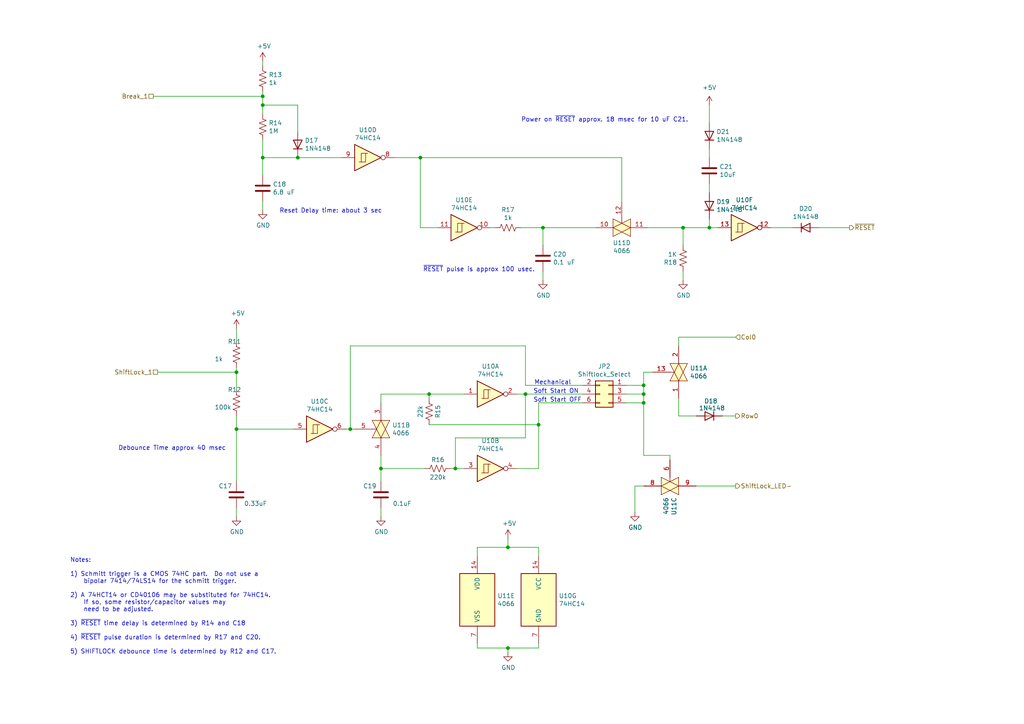
<source format=kicad_sch>
(kicad_sch (version 20230121) (generator eeschema)
  (paper "A4")
  (title_block (title "OSI Interface") (date "2020-04-23") (rev "1.2") (company "OSIWeb.org") (comment 1 "Reset and ShiftLock circuits"))
  (lib_symbols
    (symbol "4xxx:4066" (pin_names (offset 1.016))
      (property "Reference" "U" (at -7.62 8.89 0))
      (property "Value" "4066" (at -7.62 -8.89 0))
      (symbol "4066_1_0"
        (polyline (pts (xy 0 1.27) (xy 0 2.54)) (stroke (width 0.1524)))
        (polyline (pts (xy -2.54 0) (xy 2.54 2.54) (xy 2.54 -2.54) (xy -2.54 0)) (fill (type background)))
        (polyline (pts (xy -2.54 2.54) (xy 2.54 0) (xy -2.54 -2.54) (xy -2.54 2.54)) (fill (type background)))
        (pin passive line (at -7.62 0 0) (length 5.08) (name "~") (number "1"))
        (pin input line (at 0 7.62 270) (length 5.08) (name "~") (number "13"))
        (pin passive line (at 7.62 0 180) (length 5.08) (name "~") (number "2"))
      )
      (symbol "4066_2_0"
        (polyline (pts (xy 0 1.27) (xy 0 2.54)) (stroke (width 0.1524)))
        (polyline (pts (xy -2.54 0) (xy 2.54 2.54) (xy 2.54 -2.54) (xy -2.54 0)) (fill (type background)))
        (polyline (pts (xy -2.54 2.54) (xy 2.54 0) (xy -2.54 -2.54) (xy -2.54 2.54)) (fill (type background)))
        (pin passive line (at 7.62 0 180) (length 5.08) (name "~") (number "3"))
        (pin passive line (at -7.62 0 0) (length 5.08) (name "~") (number "4"))
        (pin input line (at 0 7.62 270) (length 5.08) (name "~") (number "5"))
      )
      (symbol "4066_3_0"
        (polyline (pts (xy 0 1.27) (xy 0 2.54)) (stroke (width 0.1524)))
        (polyline (pts (xy -2.54 0) (xy 2.54 2.54) (xy 2.54 -2.54) (xy -2.54 0)) (fill (type background)))
        (polyline (pts (xy -2.54 2.54) (xy 2.54 0) (xy -2.54 -2.54) (xy -2.54 2.54)) (fill (type background)))
        (pin input line (at 0 7.62 270) (length 5.08) (name "~") (number "6"))
        (pin passive line (at -7.62 0 0) (length 5.08) (name "~") (number "8"))
        (pin passive line (at 7.62 0 180) (length 5.08) (name "~") (number "9"))
      )
      (symbol "4066_4_0"
        (polyline (pts (xy 0 1.27) (xy 0 2.54)) (stroke (width 0.1524)))
        (polyline (pts (xy -2.54 0) (xy 2.54 2.54) (xy 2.54 -2.54) (xy -2.54 0)) (fill (type background)))
        (polyline (pts (xy -2.54 2.54) (xy 2.54 0) (xy -2.54 -2.54) (xy -2.54 2.54)) (fill (type background)))
        (pin passive line (at 7.62 0 180) (length 5.08) (name "~") (number "10"))
        (pin passive line (at -7.62 0 0) (length 5.08) (name "~") (number "11"))
        (pin input line (at 0 7.62 270) (length 5.08) (name "~") (number "12"))
      )
      (symbol "4066_5_0"
        (pin power_in line (at 0 12.7 270) (length 5.08) (name "VDD") (number "14"))
        (pin power_in line (at 0 -12.7 90) (length 5.08) (name "VSS") (number "7"))
      )
      (symbol "4066_5_1"
        (rectangle (start -5.08 7.62) (end 5.08 -7.62) (stroke (width 0.254)) (fill (type background)))
      )
    )
    (symbol "74xx:74HC14" (pin_names (offset 1.016))
      (property "Reference" "U" (at 0 1.27 0))
      (property "Value" "74HC14" (at 0 -1.27 0))
      (symbol "74HC14_1_0"
        (polyline (pts (xy -3.81 3.81) (xy -3.81 -3.81) (xy 3.81 0) (xy -3.81 3.81)) (stroke (width 0.254)) (fill (type background)))
        (pin input line (at -7.62 0 0) (length 3.81) (name "~") (number "1"))
        (pin output inverted (at 7.62 0 180) (length 3.81) (name "~") (number "2"))
      )
      (symbol "74HC14_1_1"
        (polyline (pts (xy -1.905 -1.27) (xy -1.905 1.27) (xy -0.635 1.27)))
        (polyline (pts (xy -2.54 -1.27) (xy -0.635 -1.27) (xy -0.635 1.27) (xy 0 1.27)))
      )
      (symbol "74HC14_2_0"
        (polyline (pts (xy -3.81 3.81) (xy -3.81 -3.81) (xy 3.81 0) (xy -3.81 3.81)) (stroke (width 0.254)) (fill (type background)))
        (pin input line (at -7.62 0 0) (length 3.81) (name "~") (number "3"))
        (pin output inverted (at 7.62 0 180) (length 3.81) (name "~") (number "4"))
      )
      (symbol "74HC14_2_1"
        (polyline (pts (xy -1.905 -1.27) (xy -1.905 1.27) (xy -0.635 1.27)))
        (polyline (pts (xy -2.54 -1.27) (xy -0.635 -1.27) (xy -0.635 1.27) (xy 0 1.27)))
      )
      (symbol "74HC14_3_0"
        (polyline (pts (xy -3.81 3.81) (xy -3.81 -3.81) (xy 3.81 0) (xy -3.81 3.81)) (stroke (width 0.254)) (fill (type background)))
        (pin input line (at -7.62 0 0) (length 3.81) (name "~") (number "5"))
        (pin output inverted (at 7.62 0 180) (length 3.81) (name "~") (number "6"))
      )
      (symbol "74HC14_3_1"
        (polyline (pts (xy -1.905 -1.27) (xy -1.905 1.27) (xy -0.635 1.27)))
        (polyline (pts (xy -2.54 -1.27) (xy -0.635 -1.27) (xy -0.635 1.27) (xy 0 1.27)))
      )
      (symbol "74HC14_4_0"
        (polyline (pts (xy -3.81 3.81) (xy -3.81 -3.81) (xy 3.81 0) (xy -3.81 3.81)) (stroke (width 0.254)) (fill (type background)))
        (pin output inverted (at 7.62 0 180) (length 3.81) (name "~") (number "8"))
        (pin input line (at -7.62 0 0) (length 3.81) (name "~") (number "9"))
      )
      (symbol "74HC14_4_1"
        (polyline (pts (xy -1.905 -1.27) (xy -1.905 1.27) (xy -0.635 1.27)))
        (polyline (pts (xy -2.54 -1.27) (xy -0.635 -1.27) (xy -0.635 1.27) (xy 0 1.27)))
      )
      (symbol "74HC14_5_0"
        (polyline (pts (xy -3.81 3.81) (xy -3.81 -3.81) (xy 3.81 0) (xy -3.81 3.81)) (stroke (width 0.254)) (fill (type background)))
        (pin output inverted (at 7.62 0 180) (length 3.81) (name "~") (number "10"))
        (pin input line (at -7.62 0 0) (length 3.81) (name "~") (number "11"))
      )
      (symbol "74HC14_5_1"
        (polyline (pts (xy -1.905 -1.27) (xy -1.905 1.27) (xy -0.635 1.27)))
        (polyline (pts (xy -2.54 -1.27) (xy -0.635 -1.27) (xy -0.635 1.27) (xy 0 1.27)))
      )
      (symbol "74HC14_6_0"
        (polyline (pts (xy -3.81 3.81) (xy -3.81 -3.81) (xy 3.81 0) (xy -3.81 3.81)) (stroke (width 0.254)) (fill (type background)))
        (pin output inverted (at 7.62 0 180) (length 3.81) (name "~") (number "12"))
        (pin input line (at -7.62 0 0) (length 3.81) (name "~") (number "13"))
      )
      (symbol "74HC14_6_1"
        (polyline (pts (xy -1.905 -1.27) (xy -1.905 1.27) (xy -0.635 1.27)))
        (polyline (pts (xy -2.54 -1.27) (xy -0.635 -1.27) (xy -0.635 1.27) (xy 0 1.27)))
      )
      (symbol "74HC14_7_0"
        (pin power_in line (at 0 12.7 270) (length 5.08) (name "VCC") (number "14"))
        (pin power_in line (at 0 -12.7 90) (length 5.08) (name "GND") (number "7"))
      )
      (symbol "74HC14_7_1"
        (rectangle (start -5.08 7.62) (end 5.08 -7.62) (stroke (width 0.254)) (fill (type background)))
      )
    )
    (symbol "74xx:74LS14" (pin_names (offset 1.016))
      (property "Reference" "U" (at 0 1.27 0))
      (property "Value" "74LS14" (at 0 -1.27 0))
      (symbol "74LS14_1_0"
        (polyline (pts (xy -3.81 3.81) (xy -3.81 -3.81) (xy 3.81 0) (xy -3.81 3.81)) (stroke (width 0.254)) (fill (type background)))
        (pin input line (at -7.62 0 0) (length 3.81) (name "~") (number "1"))
        (pin output inverted (at 7.62 0 180) (length 3.81) (name "~") (number "2"))
      )
      (symbol "74LS14_1_1"
        (polyline (pts (xy -1.905 -1.27) (xy -1.905 1.27) (xy -0.635 1.27)))
        (polyline (pts (xy -2.54 -1.27) (xy -0.635 -1.27) (xy -0.635 1.27) (xy 0 1.27)))
      )
      (symbol "74LS14_2_0"
        (polyline (pts (xy -3.81 3.81) (xy -3.81 -3.81) (xy 3.81 0) (xy -3.81 3.81)) (stroke (width 0.254)) (fill (type background)))
        (pin input line (at -7.62 0 0) (length 3.81) (name "~") (number "3"))
        (pin output inverted (at 7.62 0 180) (length 3.81) (name "~") (number "4"))
      )
      (symbol "74LS14_2_1"
        (polyline (pts (xy -1.905 -1.27) (xy -1.905 1.27) (xy -0.635 1.27)))
        (polyline (pts (xy -2.54 -1.27) (xy -0.635 -1.27) (xy -0.635 1.27) (xy 0 1.27)))
      )
      (symbol "74LS14_3_0"
        (polyline (pts (xy -3.81 3.81) (xy -3.81 -3.81) (xy 3.81 0) (xy -3.81 3.81)) (stroke (width 0.254)) (fill (type background)))
        (pin input line (at -7.62 0 0) (length 3.81) (name "~") (number "5"))
        (pin output inverted (at 7.62 0 180) (length 3.81) (name "~") (number "6"))
      )
      (symbol "74LS14_3_1"
        (polyline (pts (xy -1.905 -1.27) (xy -1.905 1.27) (xy -0.635 1.27)))
        (polyline (pts (xy -2.54 -1.27) (xy -0.635 -1.27) (xy -0.635 1.27) (xy 0 1.27)))
      )
      (symbol "74LS14_4_0"
        (polyline (pts (xy -3.81 3.81) (xy -3.81 -3.81) (xy 3.81 0) (xy -3.81 3.81)) (stroke (width 0.254)) (fill (type background)))
        (pin output inverted (at 7.62 0 180) (length 3.81) (name "~") (number "8"))
        (pin input line (at -7.62 0 0) (length 3.81) (name "~") (number "9"))
      )
      (symbol "74LS14_4_1"
        (polyline (pts (xy -1.905 -1.27) (xy -1.905 1.27) (xy -0.635 1.27)))
        (polyline (pts (xy -2.54 -1.27) (xy -0.635 -1.27) (xy -0.635 1.27) (xy 0 1.27)))
      )
      (symbol "74LS14_5_0"
        (polyline (pts (xy -3.81 3.81) (xy -3.81 -3.81) (xy 3.81 0) (xy -3.81 3.81)) (stroke (width 0.254)) (fill (type background)))
        (pin output inverted (at 7.62 0 180) (length 3.81) (name "~") (number "10"))
        (pin input line (at -7.62 0 0) (length 3.81) (name "~") (number "11"))
      )
      (symbol "74LS14_5_1"
        (polyline (pts (xy -1.905 -1.27) (xy -1.905 1.27) (xy -0.635 1.27)))
        (polyline (pts (xy -2.54 -1.27) (xy -0.635 -1.27) (xy -0.635 1.27) (xy 0 1.27)))
      )
      (symbol "74LS14_6_0"
        (polyline (pts (xy -3.81 3.81) (xy -3.81 -3.81) (xy 3.81 0) (xy -3.81 3.81)) (stroke (width 0.254)) (fill (type background)))
        (pin output inverted (at 7.62 0 180) (length 3.81) (name "~") (number "12"))
        (pin input line (at -7.62 0 0) (length 3.81) (name "~") (number "13"))
      )
      (symbol "74LS14_6_1"
        (polyline (pts (xy -1.905 -1.27) (xy -1.905 1.27) (xy -0.635 1.27)))
        (polyline (pts (xy -2.54 -1.27) (xy -0.635 -1.27) (xy -0.635 1.27) (xy 0 1.27)))
      )
      (symbol "74LS14_7_0"
        (pin power_in line (at 0 12.7 270) (length 5.08) (name "VCC") (number "14"))
        (pin power_in line (at 0 -12.7 90) (length 5.08) (name "GND") (number "7"))
      )
      (symbol "74LS14_7_1"
        (rectangle (start -5.08 7.62) (end 5.08 -7.62) (stroke (width 0.254)) (fill (type background)))
      )
    )
    (symbol "Connector_Generic:Conn_02x03_Odd_Even" (pin_names (offset 1.016) hide)
      (property "Reference" "J" (at 1.27 5.08 0))
      (property "Value" "Conn_02x03_Odd_Even" (at 1.27 -5.08 0))
      (symbol "Conn_02x03_Odd_Even_1_1"
        (rectangle (start -1.27 -2.413) (end 0 -2.667) (stroke (width 0.1524)))
        (rectangle (start -1.27 0.127) (end 0 -0.127) (stroke (width 0.1524)))
        (rectangle (start -1.27 2.667) (end 0 2.413) (stroke (width 0.1524)))
        (rectangle (start -1.27 3.81) (end 3.81 -3.81) (stroke (width 0.254)) (fill (type background)))
        (rectangle (start 3.81 -2.413) (end 2.54 -2.667) (stroke (width 0.1524)))
        (rectangle (start 3.81 0.127) (end 2.54 -0.127) (stroke (width 0.1524)))
        (rectangle (start 3.81 2.667) (end 2.54 2.413) (stroke (width 0.1524)))
        (pin passive line (at -5.08 2.54 0) (length 3.81) (name "Pin_1") (number "1"))
        (pin passive line (at 7.62 2.54 180) (length 3.81) (name "Pin_2") (number "2"))
        (pin passive line (at -5.08 0 0) (length 3.81) (name "Pin_3") (number "3"))
        (pin passive line (at 7.62 0 180) (length 3.81) (name "Pin_4") (number "4"))
        (pin passive line (at -5.08 -2.54 0) (length 3.81) (name "Pin_5") (number "5"))
        (pin passive line (at 7.62 -2.54 180) (length 3.81) (name "Pin_6") (number "6"))
      )
    )
    (symbol "Device:C" (pin_numbers hide) (pin_names (offset 0.254))
      (property "Reference" "C" (at 0.635 2.54 0))
      (property "Value" "C" (at 0.635 -2.54 0))
      (symbol "C_0_1"
        (polyline (pts (xy -2.032 -0.762) (xy 2.032 -0.762)) (stroke (width 0.508)))
        (polyline (pts (xy -2.032 0.762) (xy 2.032 0.762)) (stroke (width 0.508)))
      )
      (symbol "C_1_1"
        (pin passive line (at 0 3.81 270) (length 2.794) (name "~") (number "1"))
        (pin passive line (at 0 -3.81 90) (length 2.794) (name "~") (number "2"))
      )
    )
    (symbol "Device:R_US" (pin_numbers hide) (pin_names (offset 0))
      (property "Reference" "R" (at 2.54 0 90))
      (property "Value" "R_US" (at -2.54 0 90))
      (symbol "R_US_0_1"
        (polyline (pts (xy 0 -2.286) (xy 0 -2.54)))
        (polyline (pts (xy 0 2.286) (xy 0 2.54)))
        (polyline (pts (xy 0 -0.762) (xy 1.016 -1.143) (xy 0 -1.524) (xy -1.016 -1.905) (xy 0 -2.286)))
        (polyline (pts (xy 0 0.762) (xy 1.016 0.381) (xy 0 0) (xy -1.016 -0.381) (xy 0 -0.762)))
        (polyline (pts (xy 0 2.286) (xy 1.016 1.905) (xy 0 1.524) (xy -1.016 1.143) (xy 0 0.762)))
      )
      (symbol "R_US_1_1"
        (pin passive line (at 0 3.81 270) (length 1.27) (name "~") (number "1"))
        (pin passive line (at 0 -3.81 90) (length 1.27) (name "~") (number "2"))
      )
    )
    (symbol "Diode:1N4148" (pin_numbers hide) (pin_names hide)
      (property "Reference" "D" (at 0 2.54 0))
      (property "Value" "1N4148" (at 0 -2.54 0))
      (symbol "1N4148_0_1"
        (polyline (pts (xy -1.27 1.27) (xy -1.27 -1.27)) (stroke (width 0.254)))
        (polyline (pts (xy 1.27 0) (xy -1.27 0)))
        (polyline (pts (xy 1.27 1.27) (xy 1.27 -1.27) (xy -1.27 0) (xy 1.27 1.27)) (stroke (width 0.254)))
      )
      (symbol "1N4148_1_1"
        (pin passive line (at -3.81 0 0) (length 2.54) (name "K") (number "1"))
        (pin passive line (at 3.81 0 180) (length 2.54) (name "A") (number "2"))
      )
    )
    (symbol "power:+5V" (power) (pin_names (offset 0))
      (property "Value" "+5V" (at 0 3.556 0))
      (symbol "+5V_0_1"
        (polyline (pts (xy -0.762 1.27) (xy 0 2.54)))
        (polyline (pts (xy 0 0) (xy 0 2.54)))
        (polyline (pts (xy 0 2.54) (xy 0.762 1.27)))
      )
      (symbol "+5V_1_1"
        (pin power_in line (at 0 0 90) (length 0) hide (name "+5V") (number "1"))
      )
    )
    (symbol "power:GND" (power) (pin_names (offset 0))
      (property "Value" "GND" (at 0 -3.81 0))
      (symbol "GND_0_1"
        (polyline (pts (xy 0 0) (xy 0 -1.27) (xy 1.27 -1.27) (xy 0 -2.54) (xy -1.27 -1.27) (xy 0 -1.27)))
      )
      (symbol "GND_1_1"
        (pin power_in line (at 0 0 270) (length 0) hide (name "GND") (number "1"))
      )
    )
  )
  (junction (at 157.48 66.04))
  (junction (at 68.58 107.95))
  (junction (at 147.32 187.96))
  (junction (at 76.2 45.72))
  (junction (at 68.58 124.46))
  (junction (at 198.12 66.04))
  (junction (at 205.74 66.04))
  (junction (at 121.92 45.72))
  (junction (at 186.69 116.84))
  (junction (at 147.32 158.75))
  (junction (at 76.2 27.94))
  (junction (at 110.49 135.89))
  (junction (at 132.08 135.89))
  (junction (at 124.46 114.3))
  (junction (at 186.69 114.3))
  (junction (at 101.6 124.46))
  (junction (at 86.36 45.72))
  (junction (at 152.4 114.3))
  (junction (at 156.21 123.19))
  (junction (at 186.69 111.76))
  (junction (at 76.2 30.48))
  (wire (pts (xy 110.49 135.89) (xy 110.49 139.7)))
  (wire (pts (xy 186.69 107.95) (xy 186.69 111.76)))
  (wire (pts (xy 121.92 45.72) (xy 180.34 45.72)))
  (wire (pts (xy 151.13 66.04) (xy 157.48 66.04)))
  (wire (pts (xy 194.31 132.08) (xy 194.31 133.35)))
  (wire (pts (xy 186.69 132.08) (xy 194.31 132.08)))
  (wire (pts (xy 68.58 124.46) (xy 68.58 139.7)))
  (wire (pts (xy 76.2 45.72) (xy 76.2 50.8)))
  (wire (pts (xy 152.4 111.76) (xy 168.91 111.76)))
  (wire (pts (xy 99.06 45.72) (xy 86.36 45.72)))
  (wire (pts (xy 68.58 149.86) (xy 68.58 147.32)))
  (wire (pts (xy 86.36 45.72) (xy 76.2 45.72)))
  (wire (pts (xy 110.49 135.89) (xy 110.49 132.08)))
  (wire (pts (xy 205.74 66.04) (xy 208.28 66.04)))
  (wire (pts (xy 223.52 66.04) (xy 229.87 66.04)))
  (wire (pts (xy 147.32 187.96) (xy 138.43 187.96)))
  (wire (pts (xy 68.58 124.46) (xy 68.58 120.65)))
  (wire (pts (xy 76.2 30.48) (xy 86.36 30.48)))
  (wire (pts (xy 101.6 124.46) (xy 102.87 124.46)))
  (wire (pts (xy 181.61 114.3) (xy 186.69 114.3)))
  (wire (pts (xy 127 66.04) (xy 121.92 66.04)))
  (wire (pts (xy 124.46 123.19) (xy 156.21 123.19)))
  (wire (pts (xy 132.08 135.89) (xy 134.62 135.89)))
  (wire (pts (xy 68.58 107.95) (xy 68.58 106.68)))
  (wire (pts (xy 186.69 116.84) (xy 186.69 132.08)))
  (wire (pts (xy 205.74 53.34) (xy 205.74 55.88)))
  (wire (pts (xy 156.21 135.89) (xy 149.86 135.89)))
  (wire (pts (xy 184.15 140.97) (xy 184.15 148.59)))
  (wire (pts (xy 157.48 81.28) (xy 157.48 78.74)))
  (wire (pts (xy 124.46 114.3) (xy 124.46 115.57)))
  (wire (pts (xy 156.21 123.19) (xy 156.21 116.84)))
  (wire (pts (xy 45.72 107.95) (xy 68.58 107.95)))
  (wire (pts (xy 198.12 71.12) (xy 198.12 66.04)))
  (wire (pts (xy 196.85 100.33) (xy 196.85 97.79)))
  (wire (pts (xy 76.2 17.78) (xy 76.2 19.05)))
  (wire (pts (xy 205.74 30.48) (xy 205.74 35.56)))
  (wire (pts (xy 100.33 124.46) (xy 101.6 124.46)))
  (wire (pts (xy 132.08 127) (xy 152.4 127)))
  (wire (pts (xy 181.61 111.76) (xy 186.69 111.76)))
  (wire (pts (xy 138.43 158.75) (xy 147.32 158.75)))
  (wire (pts (xy 156.21 123.19) (xy 156.21 135.89)))
  (wire (pts (xy 130.81 135.89) (xy 132.08 135.89)))
  (wire (pts (xy 198.12 66.04) (xy 205.74 66.04)))
  (wire (pts (xy 196.85 97.79) (xy 213.36 97.79)))
  (wire (pts (xy 205.74 43.18) (xy 205.74 45.72)))
  (wire (pts (xy 156.21 116.84) (xy 168.91 116.84)))
  (wire (pts (xy 76.2 40.64) (xy 76.2 45.72)))
  (wire (pts (xy 213.36 140.97) (xy 201.93 140.97)))
  (wire (pts (xy 186.69 114.3) (xy 186.69 116.84)))
  (wire (pts (xy 123.19 135.89) (xy 110.49 135.89)))
  (wire (pts (xy 205.74 63.5) (xy 205.74 66.04)))
  (wire (pts (xy 156.21 187.96) (xy 147.32 187.96)))
  (wire (pts (xy 186.69 111.76) (xy 186.69 114.3)))
  (wire (pts (xy 110.49 116.84) (xy 110.49 114.3)))
  (wire (pts (xy 156.21 186.69) (xy 156.21 187.96)))
  (wire (pts (xy 101.6 100.33) (xy 101.6 124.46)))
  (wire (pts (xy 198.12 78.74) (xy 198.12 81.28)))
  (wire (pts (xy 187.96 66.04) (xy 198.12 66.04)))
  (wire (pts (xy 156.21 158.75) (xy 156.21 161.29)))
  (wire (pts (xy 152.4 114.3) (xy 168.91 114.3)))
  (wire (pts (xy 152.4 114.3) (xy 149.86 114.3)))
  (wire (pts (xy 138.43 161.29) (xy 138.43 158.75)))
  (wire (pts (xy 121.92 66.04) (xy 121.92 45.72)))
  (wire (pts (xy 68.58 124.46) (xy 85.09 124.46)))
  (wire (pts (xy 76.2 26.67) (xy 76.2 27.94)))
  (wire (pts (xy 76.2 60.96) (xy 76.2 58.42)))
  (wire (pts (xy 76.2 27.94) (xy 44.45 27.94)))
  (wire (pts (xy 237.49 66.04) (xy 246.38 66.04)))
  (wire (pts (xy 157.48 66.04) (xy 157.48 71.12)))
  (wire (pts (xy 196.85 115.57) (xy 196.85 120.65)))
  (wire (pts (xy 114.3 45.72) (xy 121.92 45.72)))
  (wire (pts (xy 189.23 107.95) (xy 186.69 107.95)))
  (wire (pts (xy 157.48 66.04) (xy 172.72 66.04)))
  (wire (pts (xy 196.85 120.65) (xy 201.93 120.65)))
  (wire (pts (xy 110.49 114.3) (xy 124.46 114.3)))
  (wire (pts (xy 101.6 100.33) (xy 152.4 100.33)))
  (wire (pts (xy 142.24 66.04) (xy 143.51 66.04)))
  (wire (pts (xy 147.32 156.21) (xy 147.32 158.75)))
  (wire (pts (xy 132.08 135.89) (xy 132.08 127)))
  (wire (pts (xy 110.49 147.32) (xy 110.49 149.86)))
  (wire (pts (xy 181.61 116.84) (xy 186.69 116.84)))
  (wire (pts (xy 76.2 30.48) (xy 76.2 33.02)))
  (wire (pts (xy 152.4 100.33) (xy 152.4 111.76)))
  (wire (pts (xy 134.62 114.3) (xy 124.46 114.3)))
  (wire (pts (xy 68.58 99.06) (xy 68.58 95.25)))
  (wire (pts (xy 86.36 38.1) (xy 86.36 30.48)))
  (wire (pts (xy 147.32 189.23) (xy 147.32 187.96)))
  (wire (pts (xy 138.43 187.96) (xy 138.43 186.69)))
  (wire (pts (xy 147.32 158.75) (xy 156.21 158.75)))
  (wire (pts (xy 186.69 140.97) (xy 184.15 140.97)))
  (wire (pts (xy 180.34 45.72) (xy 180.34 58.42)))
  (wire (pts (xy 213.36 120.65) (xy 209.55 120.65)))
  (wire (pts (xy 76.2 27.94) (xy 76.2 30.48)))
  (wire (pts (xy 68.58 107.95) (xy 68.58 113.03)))
  (wire (pts (xy 152.4 127) (xy 152.4 114.3)))
  (text "Power on ~{RESET} approx. 18 msec for 10 uF C21." (at 151.13 35.56 0) (effects (font (size 1.27 1.27)) (justify left bottom)))
  (text "Reset Delay time: about 3 sec\n" (at 81.026 61.976 0) (effects (font (size 1.27 1.27)) (justify left bottom)))
  (text "Debounce Time approx 40 msec" (at 34.29 130.81 0) (effects (font (size 1.27 1.27)) (justify left bottom)))
  (text "~{RESET} pulse is approx 100 usec." (at 122.682 78.994 0) (effects (font (size 1.27 1.27)) (justify left bottom)))
  (text "Notes: \n\n1) Schmitt trigger is a CMOS 74HC part.  Do not use a\n    bipolar 7414/74LS14 for the schmitt trigger.  \n\n2) A 74HCT14 or CD40106 may be substituted for 74HC14.\n    If so, some resistor/capacitor values may\n    need to be adjusted.\n\n3) ~{RESET} time delay is determined by R14 and C18\n\n4) ~{RESET} pulse duration is determined by R17 and C20.\n\n5) SHIFTLOCK debounce time is determined by R12 and C17." (at 20.32 189.865 0) (effects (font (size 1.27 1.27)) (justify left bottom)))
  (text "Mechanical" (at 154.94 111.76 0) (effects (font (size 1.27 1.27)) (justify left bottom)))
  (text "Soft Start OFF" (at 154.686 116.84 0) (effects (font (size 1.27 1.27)) (justify left bottom)))
  (text "Soft Start ON" (at 154.686 114.3 0) (effects (font (size 1.27 1.27)) (justify left bottom)))
  (hierarchical_label "Row0" (shape output) (at 213.36 120.65 0))
  (hierarchical_label "ShiftLock_1" (shape passive) (at 45.72 107.95 180))
  (hierarchical_label "~{RESET}" (shape output) (at 246.38 66.04 0))
  (hierarchical_label "Break_1" (shape passive) (at 44.45 27.94 180))
  (hierarchical_label "Col0" (shape input) (at 213.36 97.79 0))
  (hierarchical_label "ShiftLock_LED-" (shape output) (at 213.36 140.97 0))
  (symbol (lib_id "Connector_Generic:Conn_02x03_Odd_Even") (at 176.53 114.3 0) (mirror y) (unit 1)
    (property "Reference" "JP2" (at 175.26 106.2482 0))
    (property "Value" "Shiftlock_Select" (at 175.26 108.5596 0))
    (property "Footprint" "Connector_PinHeader_2.54mm:PinHeader_2x03_P2.54mm_Horizontal" (effects hide))
  )
  (symbol (lib_id "Diode:1N4148") (at 233.68 66.04 0) (unit 1)
    (property "Reference" "D20" (at 233.68 60.5282 0))
    (property "Value" "1N4148" (at 233.68 62.8396 0))
    (property "Footprint" "Diode_THT:D_DO-35_SOD27_P7.62mm_Horizontal" (effects hide))
    (property "Datasheet" "https://assets.nexperia.com/documents/data-sheet/1N4148_1N4448.pdf" (effects hide))
    (property "Sim.Device" "D" (effects hide))
    (property "Sim.Pins" "1=K 2=A" (effects hide))
  )
  (symbol (lib_id "Diode:1N4148") (at 205.74 59.69 90) (unit 1)
    (property "Reference" "D19" (at 207.772 58.5216 90) (effects (justify right)))
    (property "Value" "1N4148" (at 207.772 60.833 90) (effects (justify right)))
    (property "Footprint" "Diode_THT:D_DO-35_SOD27_P7.62mm_Horizontal" (effects hide))
    (property "Datasheet" "https://assets.nexperia.com/documents/data-sheet/1N4148_1N4448.pdf" (effects hide))
    (property "Sim.Device" "D" (effects hide))
    (property "Sim.Pins" "1=K 2=A" (effects hide))
  )
  (symbol (lib_id "Diode:1N4148") (at 205.74 39.37 90) (unit 1)
    (property "Reference" "D21" (at 207.772 38.2016 90) (effects (justify right)))
    (property "Value" "1N4148" (at 207.772 40.513 90) (effects (justify right)))
    (property "Footprint" "Diode_THT:D_DO-35_SOD27_P7.62mm_Horizontal" (effects hide))
    (property "Datasheet" "https://assets.nexperia.com/documents/data-sheet/1N4148_1N4448.pdf" (effects hide))
    (property "Sim.Device" "D" (effects hide))
    (property "Sim.Pins" "1=K 2=A" (effects hide))
  )
  (symbol (lib_id "Diode:1N4148") (at 86.36 41.91 90) (unit 1)
    (property "Reference" "D17" (at 88.392 40.7416 90) (effects (justify right)))
    (property "Value" "1N4148" (at 88.392 43.053 90) (effects (justify right)))
    (property "Footprint" "Diode_THT:D_DO-35_SOD27_P7.62mm_Horizontal" (effects hide))
    (property "Datasheet" "https://assets.nexperia.com/documents/data-sheet/1N4148_1N4448.pdf" (effects hide))
    (property "Sim.Device" "D" (effects hide))
    (property "Sim.Pins" "1=K 2=A" (effects hide))
  )
  (symbol (lib_id "Diode:1N4148") (at 205.74 120.65 180) (unit 1)
    (property "Reference" "D18" (at 204.216 116.332 0) (effects (justify right)))
    (property "Value" "1N4148" (at 202.692 118.364 0) (effects (justify right)))
    (property "Footprint" "Diode_THT:D_DO-35_SOD27_P7.62mm_Horizontal" (effects hide))
    (property "Datasheet" "https://assets.nexperia.com/documents/data-sheet/1N4148_1N4448.pdf" (effects hide))
    (property "Sim.Device" "D" (effects hide))
    (property "Sim.Pins" "1=K 2=A" (effects hide))
  )
  (symbol (lib_id "74xx:74HC14") (at 142.24 114.3 0) (unit 1)
    (property "Reference" "U10" (at 142.24 106.2482 0))
    (property "Value" "74HC14" (at 142.24 108.5596 0))
    (property "Footprint" "Package_DIP:DIP-14_W7.62mm" (effects hide))
    (property "Datasheet" "http://www.ti.com/lit/gpn/sn74HC14" (effects hide))
  )
  (symbol (lib_id "74xx:74LS14") (at 142.24 135.89 0) (unit 2)
    (property "Reference" "U10" (at 142.24 127.8382 0))
    (property "Value" "74HC14" (at 142.24 130.1496 0))
    (property "Footprint" "Package_DIP:DIP-14_W7.62mm" (effects hide))
    (property "Datasheet" "http://www.ti.com/lit/gpn/sn74HC14" (effects hide))
  )
  (symbol (lib_id "74xx:74LS14") (at 92.71 124.46 0) (unit 3)
    (property "Reference" "U10" (at 92.71 116.4082 0))
    (property "Value" "74HC14" (at 92.71 118.7196 0))
    (property "Footprint" "Package_DIP:DIP-14_W7.62mm" (effects hide))
    (property "Datasheet" "http://www.ti.com/lit/gpn/sn74HC14" (effects hide))
  )
  (symbol (lib_id "74xx:74LS14") (at 106.68 45.72 0) (unit 4)
    (property "Reference" "U10" (at 106.68 37.6682 0))
    (property "Value" "74HC14" (at 106.68 39.9796 0))
    (property "Footprint" "Package_DIP:DIP-14_W7.62mm" (effects hide))
    (property "Datasheet" "http://www.ti.com/lit/gpn/sn74HC14" (effects hide))
  )
  (symbol (lib_id "74xx:74LS14") (at 215.9 66.04 0) (unit 6)
    (property "Reference" "U10" (at 215.9 57.9882 0))
    (property "Value" "74HC14" (at 215.9 60.2996 0))
    (property "Footprint" "Package_DIP:DIP-14_W7.62mm" (effects hide))
    (property "Datasheet" "http://www.ti.com/lit/gpn/sn74HC14" (effects hide))
  )
  (symbol (lib_id "Device:R_US") (at 127 135.89 90) (unit 1)
    (property "Reference" "R16" (at 127 133.35 90))
    (property "Value" "220k" (at 127 138.43 90))
    (property "Footprint" "Resistor_THT:R_Axial_DIN0207_L6.3mm_D2.5mm_P10.16mm_Horizontal" (effects hide))
  )
  (symbol (lib_id "Device:R_US") (at 124.46 119.38 0) (unit 1)
    (property "Reference" "R15" (at 127 119.38 90))
    (property "Value" "22k" (at 121.92 119.38 90))
    (property "Footprint" "Resistor_THT:R_Axial_DIN0207_L6.3mm_D2.5mm_P10.16mm_Horizontal" (effects hide))
  )
  (symbol (lib_id "power:GND") (at 110.49 149.86 0) (unit 1)
    (property "Reference" "#PWR031" (effects hide))
    (property "Value" "GND" (at 110.617 154.2542 0))
  )
  (symbol (lib_id "Device:C") (at 110.49 143.51 180) (unit 1)
    (property "Reference" "C19" (at 109.22 140.97 0) (effects (justify left)))
    (property "Value" "0.1uF" (at 119.38 146.05 0) (effects (justify left)))
    (property "Footprint" "Capacitor_THT:C_Disc_D3.0mm_W2.0mm_P2.50mm" (effects hide))
  )
  (symbol (lib_id "Device:R_US") (at 76.2 36.83 0) (unit 1)
    (property "Reference" "R14" (at 77.9272 35.6616 0) (effects (justify left)))
    (property "Value" "1M" (at 77.9272 37.973 0) (effects (justify left)))
    (property "Footprint" "Resistor_THT:R_Axial_DIN0207_L6.3mm_D2.5mm_P10.16mm_Horizontal" (effects hide))
  )
  (symbol (lib_id "Device:C") (at 76.2 54.61 0) (unit 1)
    (property "Reference" "C18" (at 79.121 53.4416 0) (effects (justify left)))
    (property "Value" "6.8 uF" (at 79.121 55.753 0) (effects (justify left)))
    (property "Footprint" "Capacitor_THT:C_Disc_D3.0mm_W2.0mm_P2.50mm" (effects hide))
  )
  (symbol (lib_id "power:GND") (at 76.2 60.96 0) (unit 1)
    (property "Reference" "#PWR030" (effects hide))
    (property "Value" "GND" (at 76.327 65.3542 0))
  )
  (symbol (lib_id "4xxx:4066") (at 196.85 107.95 90) (unit 1)
    (property "Reference" "U11" (at 200.1012 106.7816 90) (effects (justify right)))
    (property "Value" "4066" (at 200.1012 109.093 90) (effects (justify right)))
    (property "Footprint" "Package_DIP:DIP-14_W7.62mm" (effects hide))
    (property "Datasheet" "http://www.ti.com/lit/ds/symlink/cd4066b.pdf" (effects hide))
  )
  (symbol (lib_id "4xxx:4066") (at 110.49 124.46 90) (unit 2)
    (property "Reference" "U11" (at 113.7412 123.2916 90) (effects (justify right)))
    (property "Value" "4066" (at 113.7412 125.603 90) (effects (justify right)))
    (property "Footprint" "Package_DIP:DIP-14_W7.62mm" (effects hide))
    (property "Datasheet" "http://www.ti.com/lit/ds/symlink/cd4066b.pdf" (effects hide))
  )
  (symbol (lib_id "4xxx:4066") (at 194.31 140.97 0) (unit 3)
    (property "Reference" "U11" (at 195.4784 144.2212 90) (effects (justify right)))
    (property "Value" "4066" (at 193.167 144.2212 90) (effects (justify right)))
    (property "Footprint" "Package_DIP:DIP-14_W7.62mm" (effects hide))
    (property "Datasheet" "http://www.ti.com/lit/ds/symlink/cd4066b.pdf" (effects hide))
  )
  (symbol (lib_id "4xxx:4066") (at 180.34 66.04 0) (mirror y) (unit 4)
    (property "Reference" "U11" (at 180.34 70.4342 0))
    (property "Value" "4066" (at 180.34 72.7456 0))
    (property "Footprint" "Package_DIP:DIP-14_W7.62mm" (effects hide))
    (property "Datasheet" "http://www.ti.com/lit/ds/symlink/cd4066b.pdf" (effects hide))
  )
  (symbol (lib_id "Device:R_US") (at 68.58 116.84 0) (unit 1)
    (property "Reference" "R12" (at 66.04 113.03 0) (effects (justify left)))
    (property "Value" "100k" (at 62.23 118.11 0) (effects (justify left)))
    (property "Footprint" "Resistor_THT:R_Axial_DIN0207_L6.3mm_D2.5mm_P10.16mm_Horizontal" (effects hide))
  )
  (symbol (lib_id "power:+5V") (at 68.58 95.25 0) (unit 1)
    (property "Reference" "#PWR027" (effects hide))
    (property "Value" "+5V" (at 68.961 90.8558 0))
  )
  (symbol (lib_id "Device:C") (at 68.58 143.51 180) (unit 1)
    (property "Reference" "C17" (at 67.31 140.97 0) (effects (justify left)))
    (property "Value" "0.33uF" (at 77.47 146.05 0) (effects (justify left)))
    (property "Footprint" "Capacitor_THT:C_Disc_D3.0mm_W2.0mm_P2.50mm" (effects hide))
  )
  (symbol (lib_id "power:GND") (at 68.58 149.86 0) (unit 1)
    (property "Reference" "#PWR028" (effects hide))
    (property "Value" "GND" (at 68.707 154.2542 0))
  )
  (symbol (lib_id "power:+5V") (at 76.2 17.78 0) (unit 1)
    (property "Reference" "#PWR029" (effects hide))
    (property "Value" "+5V" (at 76.581 13.3858 0))
  )
  (symbol (lib_id "Device:C") (at 157.48 74.93 0) (unit 1)
    (property "Reference" "C20" (at 160.401 73.7616 0) (effects (justify left)))
    (property "Value" "0.1 uF" (at 160.401 76.073 0) (effects (justify left)))
    (property "Footprint" "Capacitor_THT:C_Disc_D3.0mm_W2.0mm_P2.50mm" (effects hide))
  )
  (symbol (lib_id "power:GND") (at 157.48 81.28 0) (unit 1)
    (property "Reference" "#PWR032" (effects hide))
    (property "Value" "GND" (at 157.607 85.6742 0))
  )
  (symbol (lib_id "Device:R_US") (at 147.32 66.04 270) (unit 1)
    (property "Reference" "R17" (at 147.32 60.833 90))
    (property "Value" "1k" (at 147.32 63.1444 90))
    (property "Footprint" "Resistor_THT:R_Axial_DIN0207_L6.3mm_D2.5mm_P10.16mm_Horizontal" (effects hide))
  )
  (symbol (lib_id "Device:R_US") (at 76.2 22.86 0) (unit 1)
    (property "Reference" "R13" (at 77.9272 21.6916 0) (effects (justify left)))
    (property "Value" "1k" (at 77.9272 24.003 0) (effects (justify left)))
    (property "Footprint" "Resistor_THT:R_Axial_DIN0207_L6.3mm_D2.5mm_P10.16mm_Horizontal" (effects hide))
  )
  (symbol (lib_id "Device:R_US") (at 198.12 74.93 180) (unit 1)
    (property "Reference" "R18" (at 196.3928 76.0984 0) (effects (justify left)))
    (property "Value" "1K" (at 196.3928 73.787 0) (effects (justify left)))
    (property "Footprint" "Resistor_THT:R_Axial_DIN0207_L6.3mm_D2.5mm_P10.16mm_Horizontal" (effects hide))
  )
  (symbol (lib_id "74xx:74LS14") (at 134.62 66.04 0) (unit 5)
    (property "Reference" "U10" (at 134.62 57.9882 0))
    (property "Value" "74HC14" (at 134.62 60.2996 0))
    (property "Footprint" "Package_DIP:DIP-14_W7.62mm" (effects hide))
    (property "Datasheet" "http://www.ti.com/lit/gpn/sn74HC14" (effects hide))
  )
  (symbol (lib_id "power:GND") (at 198.12 81.28 0) (unit 1)
    (property "Reference" "#PWR034" (effects hide))
    (property "Value" "GND" (at 198.247 85.6742 0))
  )
  (symbol (lib_id "Device:R_US") (at 68.58 102.87 0) (unit 1)
    (property "Reference" "R11" (at 66.04 99.06 0) (effects (justify left)))
    (property "Value" "1k" (at 62.23 104.14 0) (effects (justify left)))
    (property "Footprint" "Resistor_THT:R_Axial_DIN0207_L6.3mm_D2.5mm_P10.16mm_Horizontal" (effects hide))
  )
  (symbol (lib_id "74xx:74LS14") (at 156.21 173.99 0) (unit 7)
    (property "Reference" "U10" (at 162.052 172.8216 0) (effects (justify left)))
    (property "Value" "74HC14" (at 162.052 175.133 0) (effects (justify left)))
    (property "Footprint" "Package_DIP:DIP-14_W7.62mm" (effects hide))
    (property "Datasheet" "http://www.ti.com/lit/gpn/sn74HC14" (effects hide))
  )
  (symbol (lib_id "4xxx:4066") (at 138.43 173.99 0) (unit 5)
    (property "Reference" "U11" (at 144.272 172.8216 0) (effects (justify left)))
    (property "Value" "4066" (at 144.272 175.133 0) (effects (justify left)))
    (property "Footprint" "Package_DIP:DIP-14_W7.62mm" (effects hide))
    (property "Datasheet" "http://www.ti.com/lit/ds/symlink/cd4066b.pdf" (effects hide))
  )
  (symbol (lib_id "power:GND") (at 147.32 189.23 0) (unit 1)
    (property "Reference" "#PWR038" (effects hide))
    (property "Value" "GND" (at 147.447 193.6242 0))
  )
  (symbol (lib_id "power:+5V") (at 147.32 156.21 0) (unit 1)
    (property "Reference" "#PWR037" (effects hide))
    (property "Value" "+5V" (at 147.701 151.8158 0))
  )
  (symbol (lib_id "Device:C") (at 205.74 49.53 0) (unit 1)
    (property "Reference" "C21" (at 208.661 48.3616 0) (effects (justify left)))
    (property "Value" "10uF" (at 208.661 50.673 0) (effects (justify left)))
    (property "Footprint" "Capacitor_THT:C_Disc_D3.0mm_W2.0mm_P2.50mm" (effects hide))
  )
  (symbol (lib_id "power:GND") (at 184.15 148.59 0) (unit 1)
    (property "Reference" "#PWR033" (effects hide))
    (property "Value" "GND" (at 184.277 152.9842 0))
  )
  (symbol (lib_id "power:+5V") (at 205.74 30.48 0) (unit 1)
    (property "Reference" "#PWR025" (effects hide))
    (property "Value" "+5V" (at 205.74 25.4 0))
  )
)
</source>
